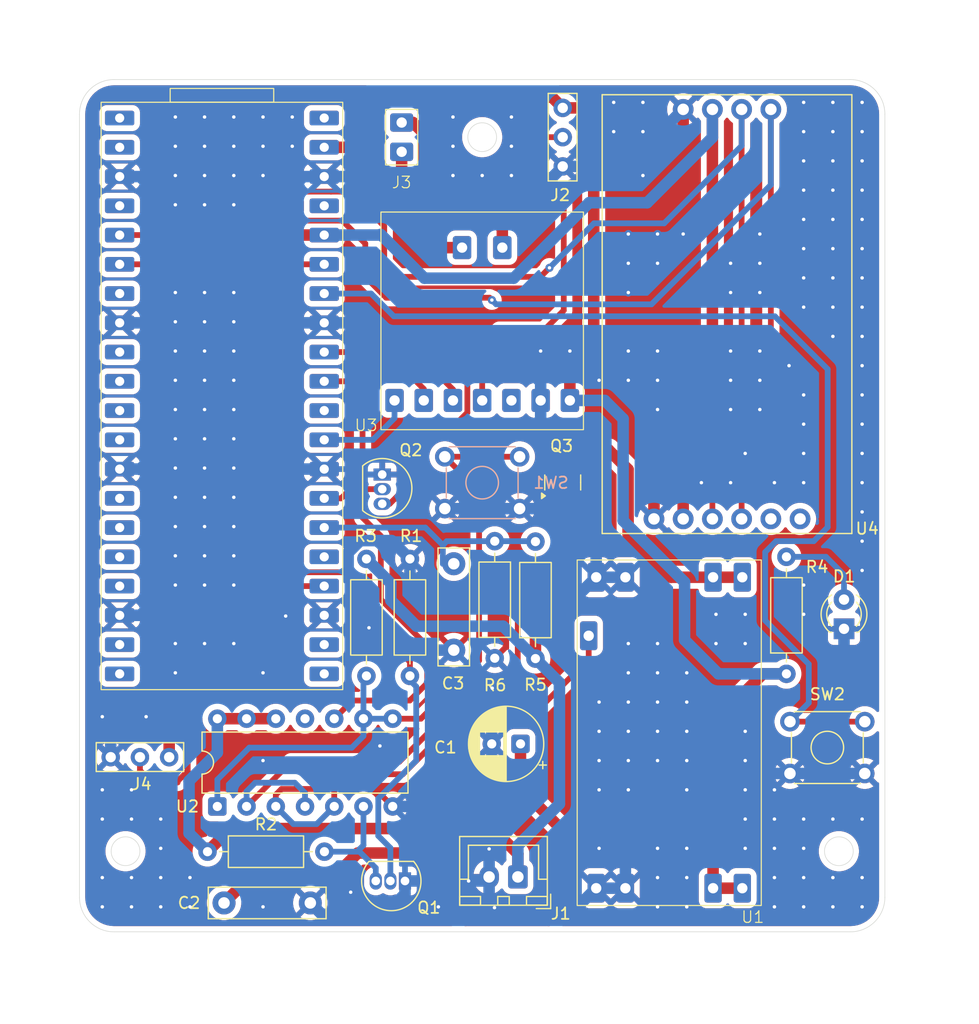
<source format=kicad_pcb>
(kicad_pcb (version 20241229) (generator "pcbnew") (generator_version "9.0")
  (layers (0 "F.Cu" signal) (2 "B.Cu" signal) (13 "F.Paste" user) (15 "B.Paste" user) (5 "F.SilkS" user "F.Silkscreen") (7 "B.SilkS" user "B.Silkscreen") (1 "F.Mask" user) (3 "B.Mask" user) (25 "Edge.Cuts" user))
  (net 0 "")
  (net 5 "Net-(A1-GP1{slash}ADC1_CH0)")
  (net 7 "I2C_SDA")
  (net 12 "I2C_SCL")
  (net 18 "I2S_BCLK")
  (net 21 "Net-(A1-GP4{slash}ADC1_CH3)")
  (net 22 "GND")
  (net 25 "+5V")
  (net 26 "Net-(D1-A)")
  (net 27 "/gain")
  (net 28 "/spkr_+")
  (net 29 "/spkr_-")
  (net 30 "+3.3V")
  (net 31 "OFF")
  (net 32 "Net-(Q1-D)")
  (net 33 "time")
  (net 34 "Net-(Q2-G)")
  (net 35 "VBat")
  (net 36 "ON")
  (net 37 "config")
  (net 38 "enable")
  (net 39 "{slash}enable")
  (net 41 "I2S_DIN")
  (net 42 "I2S_LRC")
  (net 48 "Net-(Q3-D)")
  (footprint "my_footprints:Waveshare_ESP32_S3_pico" (layer "F.Cu") (at -22.62 -7.53)
    (property "Reference" "A1" (hide yes))
    (property "Value" "Waveshare_ESP32-S3_Pico" (hide yes))
  )
  (footprint "Package_TO_SOT_THT:TO-92L_Inline" (layer "F.Cu") (at -8.689 -0.707 -90)
    (property "Reference" "Q2")
    (property "Value" "2N7000")
  )
  (footprint "Resistor_THT:R_Axial_DIN0207_L6.3mm_D2.5mm_P10.16mm_Horizontal" (layer "F.Cu") (at -23.874 32.04)
    (property "Reference" "R2")
    (property "Value" "100k")
  )
  (footprint "Resistor_THT:R_Axial_DIN0207_L6.3mm_D2.5mm_P10.16mm_Horizontal" (layer "F.Cu") (at -10.06 6.62 -90)
    (property "Reference" "R3")
    (property "Value" "100k")
  )
  (footprint "my_footprints:MAX98357A_breakout" (layer "F.Cu") (at 0 -17.3 90)
    (property "Reference" "U3")
    (property "Value" "MAX98357A")
  )
  (footprint "Connector_JST:JST_XH_B2B-XH-A_1x02_P2.50mm_Vertical" (layer "F.Cu") (at 3.101 34.232 180)
    (property "Reference" "J1")
    (property "Value" "Conn_01x02_Pin")
  )
  (footprint "my_footprints:OmronTaster" (layer "F.Cu") (at 30 23 180)
    (property "Reference" "SW2")
    (property "Value" "config")
  )
  (footprint "Resistor_THT:R_Axial_DIN0207_L6.3mm_D2.5mm_P10.16mm_Horizontal" (layer "F.Cu") (at 4.63 15.275 90)
    (property "Reference" "R5")
    (property "Value" "1M")
  )
  (footprint "Capacitor_THT:CP_Radial_D6.3mm_P2.50mm" (layer "F.Cu") (at 3.33 22.68 180)
    (property "Reference" "C1")
    (property "Value" "220µF, 16V")
  )
  (footprint "my_footprints:2_pin" (layer "F.Cu") (at -7 -30 90)
    (property "Reference" "J3")
    (property "Value" "Conn_01x02_Pin")
  )
  (footprint "my_footprints:TPS63070_breakout" (layer "F.Cu") (at 16.257 21.712 -90)
    (property "Reference" "U1")
    (property "Value" "TPS63070")
  )
  (footprint "Package_TO_SOT_THT:TO-92L_Inline" (layer "F.Cu") (at -6.71 34.584 180)
    (property "Reference" "Q1")
    (property "Value" "2N7000")
  )
  (footprint "Resistor_THT:R_Axial_DIN0207_L6.3mm_D2.5mm_P10.16mm_Horizontal" (layer "F.Cu") (at 1.09 5.08 -90)
    (property "Reference" "R6")
    (property "Value" "2M")
  )
  (footprint "my_footprints:DS3231" (layer "F.Cu") (at 21.279 -14.635 90)
    (property "Reference" "U4")
    (property "Value" "DS3231")
  )
  (footprint "Package_DIP:DIP-14_W7.62mm" (layer "F.Cu") (at -23.019 28.114 90)
    (property "Reference" "U2")
    (property "Value" "HEF4093B")
  )
  (footprint "my_footprints:3_pin_jumper" (layer "F.Cu") (at 7 -30 180)
    (property "Reference" "J2")
    (property "Value" "Conn_01x03_Pin")
  )
  (footprint "Capacitor_THT:C_Rect_L10.0mm_W2.5mm_P7.50mm_MKS4" (layer "F.Cu") (at -2.47 7.04 -90)
    (property "Reference" "C3")
    (property "Value" "100nF")
  )
  (footprint "Package_TO_SOT_SMD:SOT-23" (layer "F.Cu") (at 7 -0.0175 90)
    (property "Reference" "Q3")
    (property "Value" "IRLML6401")
  )
  (footprint "Resistor_THT:R_Axial_DIN0207_L6.3mm_D2.5mm_P10.16mm_Horizontal" (layer "F.Cu") (at 26.444 16.599 90)
    (property "Reference" "R4")
    (property "Value" "1k")
  )
  (footprint "LED_THT:LED_D3.0mm" (layer "F.Cu") (at 31.447 12.691 90)
    (property "Reference" "D1")
    (property "Value" "LED")
  )
  (footprint "Capacitor_THT:C_Rect_L10.0mm_W2.5mm_P7.50mm_MKS4" (layer "F.Cu") (at -22.438 36.491)
    (property "Reference" "C2")
    (property "Value" "100nF")
  )
  (footprint "my_footprints:3_pin_jumper" (layer "F.Cu") (at -29.747 23.835 90)
    (property "Reference" "J4")
    (property "Value" "Conn_01x03_Pin")
  )
  (footprint "Resistor_THT:R_Axial_DIN0207_L6.3mm_D2.5mm_P10.16mm_Horizontal" (layer "F.Cu") (at -6.28 16.78 90)
    (property "Reference" "R1")
    (property "Value" "100k")
  )
  (footprint "my_footprints:OmronTaster" (layer "B.Cu") (at 0 0)
    (property "Reference" "SW1")
    (property "Value" "ON")
  )
  (gr_circle (center 0 -30) (end 1.25 -30) (stroke (width 0.05)) (fill no) (layer "Edge.Cuts"))
  (gr_arc (start -32 39) (mid -34.12132 38.12132) (end -35 36) (stroke (width 0.05)) (layer "Edge.Cuts"))
  (gr_arc (start 35 36) (mid 34.12132 38.12132) (end 32 39) (stroke (width 0.05)) (layer "Edge.Cuts"))
  (gr_line (start -34.999999 -32) (end -35 36) (stroke (width 0.05)) (layer "Edge.Cuts"))
  (gr_line (start -32 39) (end 32 39) (stroke (width 0.05)) (layer "Edge.Cuts"))
  (gr_circle (center -31 32) (end -29.75 32) (stroke (width 0.05)) (fill no) (layer "Edge.Cuts"))
  (gr_line (start 35 36) (end 35 -32) (stroke (width 0.05)) (layer "Edge.Cuts"))
  (gr_arc (start -35 -32) (mid -34.12132 -34.12132) (end -32 -35) (stroke (width 0.05)) (layer "Edge.Cuts"))
  (gr_arc (start 32 -35) (mid 34.12132 -34.12132) (end 35 -32) (stroke (width 0.05)) (layer "Edge.Cuts"))
  (gr_line (start 32 -35) (end -32 -35) (stroke (width 0.05)) (layer "Edge.Cuts"))
  (gr_circle (center 31 32) (end 32.25 32) (stroke (width 0.05)) (fill no) (layer "Edge.Cuts"))
  (segment (start -26.478 25.926) (end -25.596 25.044) (width 0.5) (layer "F.Cu") (net 5))
  (segment (start -29.747 23.835) (end -29.747 24.99) (width 0.5) (layer "F.Cu") (net 5))
  (segment (start -13.73 8.98) (end -17.64 8.98) (width 0.5) (layer "F.Cu") (net 5))
  (segment (start -23.521 18.303) (end -19.61 18.303) (width 0.5) (layer "F.Cu") (net 5))
  (segment (start -28.707 26.03) (end -26.478 26.03) (width 0.5) (layer "F.Cu") (net 5))
  (segment (start -25.596 25.044) (end -25.596 20.378) (width 0.5) (layer "F.Cu") (net 5))
  (segment (start -17.64 8.98) (end -18.13 9.47) (width 0.5) (layer "F.Cu") (net 5))
  (segment (start -18.13 16.823) (end -19.61 18.303) (width 0.5) (layer "F.Cu") (net 5))
  (segment (start -26.478 26.03) (end -26.478 25.926) (width 0.5) (layer "F.Cu") (net 5))
  (segment (start -25.596 20.378) (end -23.521 18.303) (width 0.5) (layer "F.Cu") (net 5))
  (segment (start -29.747 24.99) (end -28.707 26.03) (width 0.5) (layer "F.Cu") (net 5))
  (segment (start -18.13 9.47) (end -18.13 16.823) (width 0.5) (layer "F.Cu") (net 5))
  (segment (start -7.744 -18.331) (end -7.284 -17.871) (width 0.5) (layer "F.Cu") (net 7))
  (segment (start -13.142 -25.272) (end -11.523 -25.272) (width 0.5) (layer "F.Cu") (net 7))
  (segment (start 20.009 -1.399) (end 20.009 3.145) (width 0.5) (layer "F.Cu") (net 7))
  (segment (start 5.063 -17.871) (end 5.846 -18.654) (width 0.5) (layer "F.Cu") (net 7))
  (segment (start -31.51 -21.5) (end -21.386 -21.5) (width 0.5) (layer "F.Cu") (net 7))
  (segment (start -8.515 -19.102) (end -7.744 -18.331) (width 0.5) (layer "F.Cu") (net 7))
  (segment (start -11.523 -25.272) (end -8.515 -22.264) (width 0.5) (layer "F.Cu") (net 7))
  (segment (start 2.133 -17.871) (end 5.063 -17.871) (width 0.5) (layer "F.Cu") (net 7))
  (segment (start 1.44 -17.871) (end 2.133 -17.871) (width 0.5) (layer "F.Cu") (net 7))
  (segment (start 22.549 -32.415) (end 22.549 -3.939) (width 0.5) (layer "F.Cu") (net 7))
  (segment (start -7.284 -17.871) (end 1.44 -17.871) (width 0.5) (layer "F.Cu") (net 7))
  (segment (start 22.549 -3.939) (end 20.009 -1.399) (width 0.5) (layer "F.Cu") (net 7))
  (segment (start -17.614 -25.272) (end -13.142 -25.272) (width 0.5) (layer "F.Cu") (net 7))
  (segment (start -8.515 -22.264) (end -8.515 -19.102) (width 0.5) (layer "F.Cu") (net 7))
  (segment (start -18.771 -24.115) (end -17.614 -25.272) (width 0.5) (layer "F.Cu") (net 7))
  (segment (start -21.386 -21.5) (end -18.771 -24.115) (width 0.5) (layer "F.Cu") (net 7))
  (via (at 5.846 -18.654) (size 0.7) (drill 0.3) (layers "F.Cu" "B.Cu") (net 7))
  (segment (start 22.549 -29.253) (end 22.549 -32.415) (width 0.5) (layer "B.Cu") (net 7))
  (segment (start 5.846 -18.654) (end 9.714 -22.522) (width 0.5) (layer "B.Cu") (net 7))
  (segment (start 15.818 -22.522) (end 22.549 -29.253) (width 0.5) (layer "B.Cu") (net 7))
  (segment (start 9.714 -22.522) (end 15.818 -22.522) (width 0.5) (layer "B.Cu") (net 7))
  (segment (start -10.16 -17.873) (end -8.347 -16.06) (width 0.5) (layer "F.Cu") (net 12))
  (segment (start 22.549 -0.753) (end 22.549 3.145) (width 0.5) (layer "F.Cu") (net 12))
  (segment (start -18.574 -21.684) (end -17.504 -22.754) (width 0.5) (layer "F.Cu") (net 12))
  (segment (start -10.16 -18.43) (end -10.16 -17.873) (width 0.5) (layer "F.Cu") (net 12))
  (segment (start -10.578 -21.173) (end -10.16 -20.755) (width 0.5) (layer "F.Cu") (net 12))
  (segment (start -8.347 -16.06) (end 0.64 -16.06) (width 0.5) (layer "F.Cu") (net 12))
  (segment (start -10.16 -20.755) (end -10.16 -18.43) (width 0.5) (layer "F.Cu") (net 12))
  (segment (start -31.51 -18.96) (end -21.298 -18.96) (width 0.5) (layer "F.Cu") (net 12))
  (segment (start 0.64 -16.06) (end 0.842 -15.858) (width 0.5) (layer "F.Cu") (net 12))
  (segment (start 25.089 -32.415) (end 25.089 -3.293) (width 0.5) (layer "F.Cu") (net 12))
  (segment (start -17.504 -22.754) (end -12.763 -22.754) (width 0.5) (layer "F.Cu") (net 12))
  (segment (start -12.763 -22.754) (end -12.159 -22.754) (width 0.5) (layer "F.Cu") (net 12))
  (segment (start 25.089 -3.293) (end 22.549 -0.753) (width 0.5) (layer "F.Cu") (net 12))
  (segment (start -21.298 -18.96) (end -18.574 -21.684) (width 0.5) (layer "F.Cu") (net 12))
  (segment (start -12.159 -22.754) (end -10.578 -21.173) (width 0.5) (layer "F.Cu") (net 12))
  (via (at 0.842 -15.858) (size 0.7) (drill 0.3) (layers "F.Cu" "B.Cu") (net 12))
  (segment (start 14.71 -15.484) (end 25.089 -25.863) (width 0.5) (layer "B.Cu") (net 12))
  (segment (start 25.089 -25.863) (end 25.089 -32.415) (width 0.5) (layer "B.Cu") (net 12))
  (segment (start 1.216 -15.484) (end 14.71 -15.484) (width 0.5) (layer "B.Cu") (net 12))
  (segment (start 0.842 -15.858) (end 1.216 -15.484) (width 0.5) (layer "B.Cu") (net 12))
  (segment (start -9.213 -8.935) (end -5.875 -8.935) (width 0.5) (layer "F.Cu") (net 18))
  (segment (start -10.399 -0.503) (end -10.399 -7.749) (width 0.5) (layer "F.Cu") (net 18))
  (segment (start -5.875 -8.935) (end -5.08 -8.14) (width 0.5) (layer "F.Cu") (net 18))
  (segment (start -13.73 1.36) (end -12.262 1.36) (width 0.5) (layer "F.Cu") (net 18))
  (segment (start -12.262 1.36) (end -10.399 -0.503) (width 0.5) (layer "F.Cu") (net 18))
  (segment (start -10.399 -7.749) (end -9.213 -8.935) (width 0.5) (layer "F.Cu") (net 18))
  (segment (start -5.08 -8.14) (end -5.08 -7.14) (width 0.5) (layer "F.Cu") (net 18))
  (segment (start 1.09 5.08) (end 4.595 5.08) (width 0.5) (layer "B.Cu") (net 21))
  (segment (start -13.73 3.9) (end -4.94 3.9) (width 0.5) (layer "B.Cu") (net 21))
  (segment (start -3.08 5.08) (end 1.09 5.08) (width 0.5) (layer "B.Cu") (net 21))
  (segment (start 4.595 5.08) (end 4.63 5.115) (width 0.5) (layer "B.Cu") (net 21))
  (segment (start -3.42 5.42) (end -3.08 5.08) (width 0.5) (layer "B.Cu") (net 21))
  (segment (start -3.42 5.42) (end -3.42 7.05) (width 0.5) (layer "B.Cu") (net 21))
  (segment (start -4.94 3.9) (end -3.42 5.42) (width 0.5) (layer "B.Cu") (net 21))
  (segment (start 17.469 -32.415) (end 17.469 -21.59) (width 1) (layer "F.Cu") (net 22))
  (segment (start 17.469 -21.59) (end 17.469 -6.341) (width 1) (layer "F.Cu") (net 22))
  (segment (start 17.469 -6.341) (end 14.929 -3.801) (width 1) (layer "F.Cu") (net 22))
  (segment (start 14.929 -3.801) (end 14.929 3.145) (width 1) (layer "F.Cu") (net 22))
  (via (at -24.13 3.81) (size 0.7) (drill 0.3) (layers "F.Cu" "B.Cu") (net 22))
  (via (at 25.4 31.75) (size 0.7) (drill 0.3) (layers "F.Cu" "B.Cu") (net 22))
  (via (at -24.13 -24.13) (size 0.7) (drill 0.3) (layers "F.Cu" "B.Cu") (net 22))
  (via (at 12.7 -16.51) (size 0.7) (drill 0.3) (layers "F.Cu" "B.Cu") (net 22))
  (via (at 17.78 21.59) (size 0.7) (drill 0.3) (layers "F.Cu" "B.Cu") (net 22))
  (via (at 27.94 -25.4) (size 0.7) (drill 0.3) (layers "F.Cu" "B.Cu") (net 22))
  (via (at 2.54 -31.75) (size 0.7) (drill 0.3) (layers "F.Cu" "B.Cu") (net 22))
  (via (at 15.24 34.29) (size 0.7) (drill 0.3) (layers "F.Cu" "B.Cu") (net 22))
  (via (at -26.67 -13.97) (size 0.7) (drill 0.3) (layers "F.Cu" "B.Cu") (net 22))
  (via (at -24.13 13.97) (size 0.7) (drill 0.3) (layers "F.Cu" "B.Cu") (net 22))
  (via (at -33.02 26.67) (size 0.7) (drill 0.3) (layers "F.Cu" "B.Cu") (net 22))
  (via (at -27.94 36.83) (size 0.7) (drill 0.3) (layers "F.Cu" "B.Cu") (net 22))
  (via (at -24.13 -13.97) (size 0.7) (drill 0.3) (layers "F.Cu" "B.Cu") (net 22))
  (via (at 15.24 21.59) (size 0.7) (drill 0.3) (layers "F.Cu" "B.Cu") (net 22))
  (via (at -24.13 -26.67) (size 0.7) (drill 0.3) (layers "F.Cu" "B.Cu") (net 22))
  (via (at -2.54 -26.67) (size 0.7) (drill 0.3) (layers "F.Cu" "B.Cu") (net 22))
  (via (at 24.13 -8.89) (size 0.7) (drill 0.3) (layers "F.Cu" "B.Cu") (net 22))
  (via (at 33.02 -27.94) (size 0.7) (drill 0.3) (layers "F.Cu" "B.Cu") (net 22))
  (via (at -21.59 -26.67) (size 0.7) (drill 0.3) (layers "F.Cu" "B.Cu") (net 22))
  (via (at -9.84 12.6) (size 0.7) (drill 0.3) (layers "F.Cu" "B.Cu") (net 22))
  (via (at 27.94 -17.78) (size 0.7) (drill 0.3) (layers "F.Cu" "B.Cu") (net 22))
  (via (at 13.97 -33.02) (size 0.7) (drill 0.3) (layers "F.Cu" "B.Cu") (net 22))
  (via (at -16.51 -31.75) (size 0.7) (drill 0.3) (layers "F.Cu" "B.Cu") (net 22))
  (via (at 27.94 36.83) (size 0.7) (drill 0.3) (layers "F.Cu" "B.Cu") (net 22))
  (via (at 17.78 24.13) (size 0.7) (drill 0.3) (layers "F.Cu" "B.Cu") (net 22))
  (via (at -19.05 16.51) (size 0.7) (drill 0.3) (layers "F.Cu" "B.Cu") (net 22))
  (via (at 27.94 -15.24) (size 0.7) (drill 0.3) (layers "F.Cu" "B.Cu") (net 22))
  (via (at -19.05 -31.75) (size 0.7) (drill 0.3) (layers "F.Cu" "B.Cu") (net 22))
  (via (at 21.59 0) (size 0.7) (drill 0.3) (layers "F.Cu" "B.Cu") (net 22))
  (via (at -24.13 -29.21) (size 0.7) (drill 0.3) (layers "F.Cu" "B.Cu") (net 22))
  (via (at -33.02 34.29) (size 0.7) (drill 0.3) (layers "F.Cu" "B.Cu") (net 22))
  (via (at 10.16 21.59) (size 0.7) (drill 0.3) (layers "F.Cu" "B.Cu") (net 22))
  (via (at -16.51 -29.21) (size 0.7) (drill 0.3) (layers "F.Cu" "B.Cu") (net 22))
  (via (at -24.13 -6.35) (size 0.7) (drill 0.3) (layers "F.Cu" "B.Cu") (net 22))
  (via (at 13.97 -26.67) (size 0.7) (drill 0.3) (layers "F.Cu" "B.Cu") (net 22))
  (via (at -21.59 -6.35) (size 0.7) (drill 0.3) (layers "F.Cu" "B.Cu") (net 22))
  (via (at 30.48 -15.24) (size 0.7) (drill 0.3) (layers "F.Cu" "B.Cu") (net 22))
  (via (at -19.05 -29.21) (size 0.7) (drill 0.3) (layers "F.Cu" "B.Cu") (net 22))
  (via (at 12.7 26.67) (size 0.7) (drill 0.3) (layers "F.Cu" "B.Cu") (net 22))
  (via (at 15.24 -11.43) (size 0.7) (drill 0.3) (layers "F.Cu" "B.Cu") (net 22))
  (via (at -21.59 8.89) (size 0.7) (drill 0.3) (layers "F.Cu" "B.Cu") (net 22))
  (via (at -30.48 34.29) (size 0.7) (drill 0.3) (layers "F.Cu" "B.Cu") (net 22))
  (via (at 0.87 17.84) (size 0.7) (drill 0.3) (layers "F.Cu" "B.Cu") (net 22))
  (via (at 10.16 19.05) (size 0.7) (drill 0.3) (layers "F.Cu" "B.Cu") (net 22))
  (via (at -26.67 -16.51) (size 0.7) (drill 0.3) (layers "F.Cu" "B.Cu") (net 22))
  (via (at -26.67 1.27) (size 0.7) (drill 0.3) (layers "F.Cu" "B.Cu") (net 22))
  (via (at -26.67 -3.81) (size 0.7) (drill 0.3) (layers "F.Cu" "B.Cu") (net 22))
  (via (at -24.13 -16.51) (size 0.7) (drill 0.3) (layers "F.Cu" "B.Cu") (net 22))
  (via (at -24.13 -8.89) (size 0.7) (drill 0.3) (layers "F.Cu" "B.Cu") (net 22))
  (via (at 33.02 34.29) (size 0.7) (drill 0.3) (layers "F.Cu" "B.Cu") (net 22))
  (via (at 12.7 -11.43) (size 0.7) (drill 0.3) (layers "F.Cu" "B.Cu") (net 22))
  (via (at 12.7 24.13) (size 0.7) (drill 0.3) (layers "F.Cu" "B.Cu") (net 22))
  (via (at 33.02 -33.02) (size 0.7) (drill 0.3) (layers "F.Cu" "B.Cu") (net 22))
  (via (at 12.7 21.59) (size 0.7) (drill 0.3) (layers "F.Cu" "B.Cu") (net 22))
  (via (at -1.18 34.584) (size 0.7) (drill 0.3) (layers "F.Cu" "B.Cu") (net 22))
  (via (at 33.02 -12.7) (size 0.7) (drill 0.3) (layers "F.Cu" "B.Cu") (net 22))
  (via (at -21.59 -13.97) (size 0.7) (drill 0.3) (layers "F.Cu" "B.Cu") (net 22))
  (via (at -24.13 -1.27) (size 0.7) (drill 0.3) (layers "F.Cu" "B.Cu") (net 22))
  (via (at 17.78 34.29) (size 0.7) (drill 0.3) (layers "F.Cu" "B.Cu") (net 22))
  (via (at 30.48 -20.32) (size 0.7) (drill 0.3) (layers "F.Cu" "B.Cu") (net 22))
  (via (at -19.05 24.13) (size 0.7) (drill 0.3) (layers "F.Cu" "B.Cu") (net 22))
  (via (at 15.24 -19.05) (size 0.7) (drill 0.3) (layers "F.Cu" "B.Cu") (net 22))
  (via (at 25.4 0) (size 0.7) (drill 0.3) (layers "F.Cu" "B.Cu") (net 22))
  (via (at 17.78 26.67) (size 0.7) (drill 0.3) (layers "F.Cu" "B.Cu") (net 22))
  (via (at 24.13 -6.35) (size 0.7) (drill 0.3) (layers "F.Cu" "B.Cu") (net 22))
  (via (at 10.16 31.75) (size 0.7) (drill 0.3) (layers "F.Cu" "B.Cu") (net 22))
  (via (at 33.02 -30.48) (size 0.7) (drill 0.3) (layers "F.Cu" "B.Cu") (net 22))
  (via (at 22.86 21.59) (size 0.7) (drill 0.3) (layers "F.Cu" "B.Cu") (net 22))
  (via (at -29.21 20.32) (size 0.7) (drill 0.3) (layers "F.Cu" "B.Cu") (net 22))
  (via (at -21.59 13.97) (size 0.7) (drill 0.3) (layers "F.Cu" "B.Cu") (net 22))
  (via (at 24.13 -11.43) (size 0.7) (drill 0.3) (layers "F.Cu" "B.Cu") (net 22))
  (via (at 2.54 -26.67) (size 0.7) (drill 0.3) (layers "F.Cu" "B.Cu") (net 22))
  (via (at -26.67 -29.21) (size 0.7) (drill 0.3) (layers "F.Cu" "B.Cu") (net 22))
  (via (at -33.02 29.21) (size 0.7) (drill 0.3) (layers "F.Cu" "B.Cu") (net 22))
  (via (at 15.24 13.97) (size 0.7) (drill 0.3) (layers "F.Cu" "B.Cu") (net 22))
  (via (at -21.59 3.81) (size 0.7) (drill 0.3) (layers "F.Cu" "B.Cu") (net 22))
  (via (at 12.7 16.51) (size 0.7) (drill 0.3) (layers "F.Cu" "B.Cu") (net 22))
  (via (at -26.67 6.35) (size 0.7) (drill 0.3) (layers "F.Cu" "B.Cu") (net 22))
  (via (at -26.67 -24.13) (size 0.7) (drill 0.3) (layers "F.Cu" "B.Cu") (net 22))
  (via (at 12.7 19.05) (size 0.7) (drill 0.3) (layers "F.Cu" "B.Cu") (net 22))
  (via (at -2.54 -31.75) (size 0.7) (drill 0.3) (layers "F.Cu" "B.Cu") (net 22))
  (via (at 30.48 -12.7) (size 0.7) (drill 0.3) (layers "F.Cu" "B.Cu") (net 22))
  (via (at 20.32 11.43) (size 0.7) (drill 0.3) (layers "F.Cu" "B.Cu") (net 22))
  (via (at 33.02 -20.32) (size 0.7) (drill 0.3) (layers "F.Cu" "B.Cu") (net 22))
  (via (at -21.59 1.27) (size 0.7) (drill 0.3) (layers "F.Cu" "B.Cu") (net 22))
  (via (at -21.59 -31.75) (size 0.7) (drill 0.3) (layers "F.Cu" "B.Cu") (net 22))
  (via (at 19.05 0) (size 0.7) (drill 0.3) (layers "F.Cu" "B.Cu") (net 22))
  (via (at 27.94 -30.48) (size 0.7) (drill 0.3) (layers "F.Cu" "B.Cu") (net 22))
  (via (at 15.24 31.75) (size 0.7) (drill 0.3) (layers "F.Cu" "B.Cu") (net 22))
  (via (at -21.59 -24.13) (size 0.7) (drill 0.3) (layers "F.Cu" "B.Cu") (net 22))
  (via (at 17.78 36.83) (size 0.7) (drill 0.3) (layers "F.Cu" "B.Cu") (net 22))
  (via (at 21.59 -11.43) (size 0.7) (drill 0.3) (layers "F.Cu" "B.Cu") (net 22))
  (via (at 7.62 -11.43) (size 0.7) (drill 0.3) (layers "F.Cu" "B.Cu") (net 22))
  (via (at 24.13 -16.51) (size 0.7) (drill 0.3) (layers "F.Cu" "B.Cu") (net 22))
  (via (at 21.59 -6.35) (size 0.7) (drill 0.3) (layers "F.Cu" "B.Cu") (net 22))
  (via (at -24.13 -31.75) (size 0.7) (drill 0.3) (layers "F.Cu" "B.Cu") (net 22))
  (via (at 27.94 -33.02) (size 0.7) (drill 0.3) (layers "F.Cu" "B.Cu") (net 22))
  (via (at 17.78 19.05) (size 0.7) (drill 0.3) (layers "F.Cu" "B.Cu") (net 22))
  (via (at 0 -26.67) (size 0.7) (drill 0.3) (layers "F.Cu" "B.Cu") (net 22))
  (via (at 15.24 36.83) (size 0.7) (drill 0.3) (layers "F.Cu" "B.Cu") (net 22))
  (via (at -24.13 8.89) (size 0.7) (drill 0.3) (layers "F.Cu" "B.Cu") (net 22))
  (via (at 13.97 -30.48) (size 0.7) (drill 0.3) (layers "F.Cu" "B.Cu") (net 22))
  (via (at 1.07 36.9) (size 0.7) (drill 0.3) (layers "F.Cu" "B.Cu") (net 22))
  (via (at -21.59 6.35) (size 0.7) (drill 0.3) (layers "F.Cu" "B.Cu") (net 22))
  (via (at 15.24 16.51) (size 0.7) (drill 0.3) (layers "F.Cu" "B.Cu") (net 22))
  (via (at 12.7 -19.05) (size 0.7) (drill 0.3) (layers "F.Cu" "B.Cu") (net 22))
  (via (at 33.02 7.62) (size 0.7) (drill 0.3) (layers "F.Cu" "B.Cu") (net 22))
  (via (at 11.43 -30.48) (size 0.7) (drill 0.3) (layers "F.Cu" "B.Cu") (net 22))
  (via (at 33.02 0) (size 0.7) (drill 0.3) (layers "F.Cu" "B.Cu") (net 22))
  (via (at -25.4 34.29) (size 0.7) (drill 0.3) (layers "F.Cu" "B.Cu") (net 22))
  (via (at 17.78 16.51) (size 0.7) (drill 0.3) (layers "F.Cu" "B.Cu") (net 22))
  (via (at -8.89 22.86) (size 0.7) (drill 0.3) (layers "F.Cu" "B.Cu") (net 22))
  (via (at 12.7 -8.89) (size 0.7) (drill 0.3) (layers "F.Cu" "B.Cu") (net 22))
  (via (at -26.67 -8.89) (size 0.7) (drill 0.3) (layers "F.Cu" "B.Cu") (net 22))
  (via (at 22.86 13.97) (size 0.7) (drill 0.3) (layers "F.Cu" "B.Cu") (net 22))
  (via (at 27.94 34.29) (size 0.7) (drill 0.3) (layers "F.Cu" "B.Cu") (net 22))
  (via (at 21.59 -8.89) (size 0.7) (drill 0.3) (layers "F.Cu" "B.Cu") (net 22))
  (via (at -24.13 1.27) (size 0.7) (drill 0.3) (layers "F.Cu" "B.Cu") (net 22))
  (via (at -21.59 -16.51) (size 0.7) (drill 0.3) (layers "F.Cu" "B.Cu") (net 22))
  (via (at 12.7 -21.59) (size 0.7) (drill 0.3) (layers "F.Cu" "B.Cu") (net 22))
  (via (at 0.601 31.8) (size 0.7) (drill 0.3) (layers "F.Cu" "B.Cu") (net 22))
  (via (at 33.02 5.08) (size 0.7) (drill 0.3) (layers "F.Cu" "B.Cu") (net 22))
  (via (at -27.94 31.75) (size 0.7) (drill 0.3) (layers "F.Cu" "B.Cu") (net 22))
  (via (at 22.86 11.43) (size 0.7) (drill 0.3) (layers "F.Cu" "B.Cu") (net 22))
  (via (at -27.94 34.29) (size 0.7) (drill 0.3) (layers "F.Cu" "B.Cu") (net 22))
  (via (at -19.05 36.83) (size 0.7) (drill 0.3) (layers "F.Cu" "B.Cu") (net 22))
  (via (at 25.4 29.21) (size 0.7) (drill 0.3) (layers "F.Cu" "B.Cu") (net 22))
  (via (at 10.16 -8.89) (size 0.7) (drill 0.3) (layers "F.Cu" "B.Cu") (net 22))
  (via (at -21.59 -8.89) (size 0.7) (drill 0.3) (layers "F.Cu" "B.Cu") (net 22))
  (via (at 27.94 0) (size 0.7) (drill 0.3) (layers "F.Cu" "B.Cu") (net 22))
  (via (at -26.67 3.81) (size 0.7) (drill 0.3) (layers "F.Cu" "B.Cu") (net 22))
  (via (at -30.48 29.21) (size 0.7) (drill 0.3) (layers "F.Cu" "B.Cu") (net 22))
  (via (at 30.48 -17.78) (size 0.7) (drill 0.3) (layers "F.Cu" "B.Cu") (net 22))
  (via (at 25.4 34.29) (size 0.7) (drill 0.3) (layers "F.Cu" "B.Cu") (net 22))
  (via (at 25.4 36.83) (size 0.7) (drill 0.3) (layers "F.Cu" "B.Cu") (net 22))
  (via (at 27.94 -5.08) (size 0.7) (drill 0.3) (layers "F.Cu" "B.Cu") (net 22))
  (via (at 2.54 -29.21) (size 0.7) (drill 0.3) (layers "F.Cu" "B.Cu") (net 22))
  (via (at 22.86 24.13) (size 0.7) (drill 0.3) (layers "F.Cu" "B.Cu") (net 22))
  (via (at 27.94 8.89) (size 0.7) (drill 0.3) (layers "F.Cu" "B.Cu") (net 22))
  (via (at 33.02 29.21) (size 0.7) (drill 0.3) (layers "F.Cu" "B.Cu") (net 22))
  (via (at 17.78 31.75) (size 0.7) (drill 0.3) (layers "F.Cu" "B.Cu") (net 22))
  (via (at 12.7 13.97) (size 0.7) (drill 0.3) (layers "F.Cu" "B.Cu") (net 22))
  (via (at 33.02 -22.86) (size 0.7) (drill 0.3) (layers "F.Cu" "B.Cu") (net 22))
  (via (at 33.02 -7.62) (size 0.7) (drill 0.3) (layers "F.Cu" "B.Cu") (net 22))
  (via (at 30.48 -25.4) (size 0.7) (drill 0.3) (layers "F.Cu" "B.Cu") (net 22))
  (via (at 30.48 29.21) (size 0.7) (drill 0.3) (layers "F.Cu" "B.Cu") (net 22))
  (via (at 33.02 -15.24) (size 0.7) (drill 0.3) (layers "F.Cu" "B.Cu") (net 22))
  (via (at -26.67 -11.43) (size 0.7) (drill 0.3) (layers "F.Cu" "B.Cu") (net 22))
  (via (at 24.13 -19.05) (size 0.7) (drill 0.3) (layers "F.Cu" "B.Cu") (net 22))
  (via (at 30.48 36.83) (size 0.7) (drill 0.3) (layers "F.Cu" "B.Cu") (net 22))
  (via (at 33.02 -2.54) (size 0.7) (drill 0.3) (layers "F.Cu" "B.Cu") (net 22))
  (via (at 22.86 31.75) (size 0.7) (drill 0.3) (layers "F.Cu" "B.Cu") (net 22))
  (via (at 10.16 26.67) (size 0.7) (drill 0.3) (layers "F.Cu" "B.Cu") (net 22))
  (via (at -30.48 26.67) (size 0.7) (drill 0.3) (layers "F.Cu" "B.Cu") (net 22))
  (via (at -26.67 16.51) (size 0.7) (drill 0.3) (layers "F.Cu" "B.Cu") (net 22))
  (via (at 30.48 34.29) (size 0.7) (drill 0.3) (layers "F.Cu" "B.Cu") (net 22))
  (via (at 30.48 -27.94) (size 0.7) (drill 0.3) (layers "F.Cu" "B.Cu") (net 22))
  (via (at 27.94 29.21) (size 0.7) (drill 0.3) (layers "F.Cu" "B.Cu") (net 22))
  (via (at -24.13 -3.81) (size 0.7) (drill 0.3) (layers "F.Cu" "B.Cu") (net 22))
  (via (at 21.59 -19.05) (size 0.7) (drill 0.3) (layers "F.Cu" "B.Cu") (net 22))
  (via (at 22.86 -2.54) (size 0.7) (drill 0.3) (layers "F.Cu" "B.Cu") (net 22))
  (via (at 5.08 -11.43) (size 0.7) (drill 0.3) (layers "F.Cu" "B.Cu") (net 22))
  (via (at -30.48 36.83) (size 0.7) (drill 0.3) (layers "F.Cu" "B.Cu") (net 22))
  (via (at 33.02 36.83) (size 0.7) (drill 0.3) (layers "F.Cu" "B.Cu") (net 22))
  (via (at 33.02 2.54) (size 0.7) (drill 0.3) (layers "F.Cu" "B.Cu") (net 22))
  (via (at -26.67 13.97) (size 0.7) (drill 0.3) (layers "F.Cu" "B.Cu") (net 22))
  (via (at -24.13 -11.43) (size 0.7) (drill 0.3) (layers "F.Cu" "B.Cu") (net 22))
  (via (at -19.05 -26.67) (size 0.7) (drill 0.3) (layers "F.Cu" "B.Cu") (net 22))
  (via (at 27.94 -7.62) (size 0.7) (drill 0.3) (layers "F.Cu" "B.Cu") (net 22))
  (via (at 22.86 29.21) (size 0.7) (drill 0.3) (layers "F.Cu" "B.Cu") (net 22))
  (via (at -33.02 20.32) (size 0.7) (drill 0.3) (layers "F.Cu" "B.Cu") (net 22))
  (via (at 30.48 -33.02) (size 0.7) (drill 0.3) (layers "F.Cu" "B.Cu") (net 22))
  (via (at 33.02 -10.16) (size 0.7) (drill 0.3) (layers "F.Cu" "B.Cu") (net 22))
  (via (at 21.59 -16.51) (size 0.7) (drill 0.3) (layers "F.Cu" "B.Cu") (net 22))
  (via (at -21.59 -11.43) (size 0.7) (drill 0.3) (layers "F.Cu" "B.Cu") (net 22))
  (via (at 27.94 -22.86) (size 0.7) (drill 0.3) (layers "F.Cu" "B.Cu") (net 22))
  (via (at 11.43 -33.02) (size 0.7) (drill 0.3) (layers "F.Cu" "B.Cu") (net 22))
  (via (at 24.13 -21.59) (size 0.7) (drill 0.3) (layers "F.Cu" "B.Cu") (net 22))
  (via (at 30.48 -30.48) (size 0.7) (drill 0.3) (layers "F.Cu" "B.Cu") (net 22))
  (via (at 30.48 -22.86) (size 0.7) (drill 0.3) (layers "F.Cu" "B.Cu") (net 22))
  (via (at -33.02 36.83) (size 0.7) (drill 0.3) (layers "F.Cu" "B.Cu") (net 22))
  (via (at -27.94 29.21) (size 0.7) (drill 0.3) (layers "F.Cu" "B.Cu") (net 22))
  (via (at 15.24 19.05) (size 0.7) (drill 0.3) (layers "F.Cu" "B.Cu") (net 22))
  (via (at 27.94 11.43) (size 0.7) (drill 0.3) (layers "F.Cu" "B.Cu") (net 22))
  (via (at -3.81 36.83) (size 0.7) (drill 0.3) (layers "F.Cu" "B.Cu") (net 22))
  (via (at -26.67 -26.67) (size 0.7) (drill 0.3) (layers "F.Cu" "B.Cu") (net 22))
  (via (at -26.67 -1.27) (size 0.7) (drill 0.3) (layers "F.Cu" "B.Cu") (net 22))
  (via (at 20.32 13.97) (size 0.7) (drill 0.3) (layers "F.Cu" "B.Cu") (net 22))
  (via (at -26.67 -6.35) (size 0.7) (drill 0.3) (layers "F.Cu" "B.Cu") (net 22))
  (via (at 25.4 26.67) (size 0.7) (drill 0.3) (layers "F.Cu" "B.Cu") (net 22))
  (via (at 15.24 24.13) (size 0.7) (drill 0.3) (layers "F.Cu" "B.Cu") (net 22))
  (via (at -17.08 11.58) (size 0.7) (drill 0.3) (layers "F.Cu" "B.Cu") (net 22))
  (via (at 15.24 -8.89) (size 0.7) (drill 0.3) (layers "F.Cu" "B.Cu") (net 22))
  (via (at 33.02 -5.08) (size 0.7) (drill 0.3) (layers "F.Cu" "B.Cu") (net 22))
  (via (at 27.94 -20.32) (size 0.7) (drill 0.3) (layers "F.Cu" "B.Cu") (net 22))
  (via (at 22.86 26.67) (size 0.7) (drill 0.3) (layers "F.Cu" "B.Cu") (net 22))
  (via (at 27.94 31.75) (size 0.7) (drill 0.3) (layers "F.Cu" "B.Cu") (net 22))
  (via (at 33.02 -17.78) (size 0.7) (drill 0.3) (layers "F.Cu" "B.Cu") (net 22))
  (via (at 15.24 -6.35) (size 0.7) (drill 0.3) (layers "F.Cu" "B.Cu") (net 22))
  (via (at -11.43 35.56) (size 0.7) (drill 0.3) (layers "F.Cu" "B.Cu") (net 22))
  (via (at -2.54 -29.21) (size 0.7) (drill 0.3) (layers "F.Cu" "B.Cu") (net 22))
  (via (at 15.24 -21.59) (size 0.7) (drill 0.3) (layers "F.Cu" "B.Cu") (net 22))
  (via (at 27.94 -2.54) (size 0.7) (drill 0.3) (layers "F.Cu" "B.Cu") (net 22))
  (via (at -21.59 -29.21) (size 0.7) (drill 0.3) (layers "F.Cu" "B.Cu") (net 22))
  (via (at -21.59 -1.27) (size 0.7) (drill 0.3) (layers "F.Cu" "B.Cu") (net 22))
  (via (at -26.67 8.89) (size 0.7) (drill 0.3) (layers "F.Cu" "B.Cu") (net 22))
  (via (at 17.469 -21.59) (size 0.7) (drill 0.3) (layers "F.Cu" "B.Cu") (net 22))
  (via (at 10.16 24.13) (size 0.7) (drill 0.3) (layers "F.Cu" "B.Cu") (net 22))
  (via (at 27.94 -27.94) (size 0.7) (drill 0.3) (layers "F.Cu" "B.Cu") (net 22))
  (via (at 33.02 -25.4) (size 0.7) (drill 0.3) (layers "F.Cu" "B.Cu") (net 22))
  (via (at -26.67 -31.75) (size 0.7) (drill 0.3) (layers "F.Cu" "B.Cu") (net 22))
  (via (at -24.13 6.35) (size 0.7) (drill 0.3) (layers "F.Cu" "B.Cu") (net 22))
  (via (at -25.4 36.83) (size 0.7) (drill 0.3) (layers "F.Cu" "B.Cu") (net 22))
  (via (at 26.67 -10.16) (size 0.7) (drill 0.3) (layers "F.Cu" "B.Cu") (net 22))
  (via (at -21.59 -3.81) (size 0.7) (drill 0.3) (layers "F.Cu" "B.Cu") (net 22))
  (segment (start -29.042 -13.88) (end -28.184 -13.022) (width 1) (layer "B.Cu") (net 22))
  (segment (start 29.926 19.756) (end 31.447 18.235) (width 1) (layer "B.Cu") (net 22))
  (segment (start -28.184 -14.863) (end -28.269 -14.863) (width 1) (layer "B.Cu") (net 22))
  (segment (start -11.029 -1.18) (end -13.73 -1.18) (width 0.5) (layer "B.Cu") (net 22))
  (segment (start -16.669 -14.617) (end -15.932 -13.88) (width 1) (layer "B.Cu") (net 22))
  (segment (start -10.73 -26.58) (end -13.73 -26.58) (width 1) (layer "B.Cu") (net 22))
  (segment (start -9.84 10.16) (end -11.65 8.35) (width 1) (layer "B.Cu") (net 22))
  (segment (start -7.833 -11.29) (end 2.525 -11.29) (width 1) (layer "B.Cu") (net 22))
  (segment (start -6.28 6.62) (end -7.87 5.03) (width 1) (layer "B.Cu") (net 22))
  (segment (start 12.447 35.212) (end 12.447 29.96) (width 1) (layer "B.Cu") (net 22))
  (segment (start 31.447 18.235) (end 31.447 12.691) (width 1) (layer "B.Cu") (net 22))
  (segment (start 8.139 9.98) (end 9.907 8.212) (width 1) (layer "B.Cu") (net 22))
  (segment (start -32.287 22.103) (end -32.287 23.835) (width 1) (layer "B.Cu") (net 22))
  (segment (start -15.7 -1.18) (end -13.73 -1.18) (width 1) (layer "B.Cu") (net 22))
  (segment (start -16.645 -13.171) (end -16.645 -2.125) (width 1) (layer "B.Cu") (net 22))
  (segment (start -28.184 -3.728) (end -28.184 -2.721) (width 1) (layer "B.Cu") (net 22))
  (segment (start 0.249 34.584) (end 0.601 34.232) (width 1) (layer "B.Cu") (net 22))
  (segment (start 3.25 2.25) (end 4.15 2.25) (width 1) (layer "B.Cu") (net 22))
  (segment (start -10.423 -13.88) (end -7.833 -11.29) (width 1) (layer "B.Cu") (net 22))
  (segment (start -16.645 -2.125) (end -15.7 -1.18) (width 1) (layer "B.Cu") (net 22))
  (segment (start 2.525 -11.29) (end 5.08 -8.735) (width 1) (layer "B.Cu") (net 22))
  (segment (start 0.47 -3.36) (end 0.47 2.22) (width 1) (layer "B.Cu") (net 22))
  (segment (start -29.767 -1.18) (end -31.51 -1.18) (width 1) (layer "B.Cu") (net 22))
  (segment (start -15.932 -13.88) (end -13.73 -13.88) (width 1) (layer "B.Cu") (net 22))
  (segment (start -29.252 -13.88) (end -29.042 -13.88) (width 1) (layer "B.Cu") (net 22))
  (segment (start -13.73 -13.88) (end -10.423 -13.88) (width 1) (layer "B.Cu") (net 22))
  (segment (start -7.779 28.114) (end -1.764 28.114) (width 1) (layer "B.Cu") (net 22))
  (segment (start -9.84 12.6) (end -7.9 14.54) (width 1) (layer "B.Cu") (net 22))
  (segment (start -6.71 34.584) (end -1.18 34.584) (width 1) (layer "B.Cu") (net 22))
  (segment (start -31.51 11.52) (end -29.71 11.52) (width 1) (layer "B.Cu") (net 22))
  (segment (start -28.184 -2.721) (end -29.746 -1.159) (width 1) (layer "B.Cu") (net 22))
  (segment (start -28.269 -14.863) (end -29.252 -13.88) (width 1) (layer "B.Cu") (net 22))
  (segment (start 29.926 25.25) (end 29.926 19.756) (width 1) (layer "B.Cu") (net 22))
  (segment (start 1.09 22.42) (end 0.83 22.68) (width 1) (layer "B.Cu") (net 22))
  (segment (start 7 -27.422) (end 5.031 -25.453) (width 1) (layer "B.Cu") (net 22))
  (segment (start -6.71 35.707) (end -8.482 37.479) (width 1) (layer "B.Cu") (net 22))
  (segment (start 7 -27.46) (end 12.514 -27.46) (width 1) (layer "B.Cu") (net 22))
  (segment (start 9.907 8.212) (end 12.447 8.212) (width 1) (layer "B.Cu") (net 22))
  (segment (start -10.592735 5.03) (end -11.65 6.087265) (width 1) (layer "B.Cu") (net 22))
  (segment (start 5.08 -8.735) (end 5.08 -7.14) (width 1) (layer "B.Cu") (net 22))
  (segment (start 12.514 -27.46) (end 12.823 -27.769) (width 1) (layer "B.Cu") (net 22))
  (segment (start -7.9 14.54) (end -2.47 14.54) (width 1) (layer "B.Cu") (net 22))
  (segment (start -28.376 11.52) (end -17.14 11.52) (width 1) (layer "B.Cu") (net 22))
  (segment (start -28.376 18.192) (end -32.287 22.103) (width 1) (layer "B.Cu") (net 22))
  (segment (start 9.907 4.928) (end 9.907 8.212) (width 1) (layer "B.Cu") (net 22))
  (segment (start -1.18 34.584) (end 0.249 34.584) (width 1) (layer "B.Cu") (net 22))
  (segment (start -29.555 -1.159) (end -28.184 0.212) (width 1) (layer "B.Cu") (net 22))
  (segment (start -28.376 11.52) (end -31.51 11.52) (width 1) (layer "B.Cu") (net 22))
  (segment (start -9.603 -25.453) (end -10.73 -26.58) (width 1) (layer "B.Cu") (net 22))
  (segment (start -13.95 37.479) (end -14.938 36.491) (width 1) (layer "B.Cu") (net 22))
  (segment (start -15.541 -26.58) (end -16.669 -25.452) (width 1) (layer "B.Cu") (net 22))
  (segment (start -28.376 11.52) (end -28.376 18.192) (width 1) (layer "B.Cu") (net 22))
  (segment (start 9.907 4.928) (end 9.968 4.928) (width 1) (layer "B.Cu") (net 22))
  (segment (start 0.83 22.68) (end 0.83 17.88) (width 1) (layer "B.Cu") (net 22))
  (segment (start -11.65 6.087265) (end -11.65 8.35) (width 1) (layer "B.Cu") (net 22))
  (segment (start -29.746 -1.159) (end -29.767 -1.18) (width 1) (layer "B.Cu") (net 22))
  (segment (start -6.71 34.584) (end -6.71 35.707) (width 1) (layer "B.Cu") (net 22))
  (segment (start 5.08 -5.478) (end 4.082 -4.48) (width 1) (layer "B.Cu") (net 22))
  (segment (start -5.39 9.98) (end 8.139 9.98) (width 1) (layer "B.Cu") (net 22))
  (segment (start 0.601 31.8) (end 0.601 34.232) (width 1) (layer "B.Cu") (net 22))
  (segment (start 5.08 -7.14) (end 5.08 -5.478) (width 1) (layer "B.Cu") (net 22))
  (segment (start 0.83 25.52) (end 0.83 22.68) (width 1) (layer "B.Cu") (net 22))
  (segment (start 0.44 2.25) (end 3.25 2.25) (width 1) (layer "B.Cu") (net 22))
  (segment (start 1.234 37.064) (end 8.055 37.064) (width 1) (layer "B.Cu") (net 22))
  (segment (start -28.184 -3.728) (end -28.184 -13.022) (width 1) (layer "B.Cu") (net 22))
  (segment (start -9.84 12.6) (end -9.84 10.16) (width 1) (layer "B.Cu") (net 22))
  (segment (start -6.28 9.09) (end -5.39 9.98) (width 1) (layer "B.Cu") (net 22))
  (segment (start -13.73 -26.58) (end -15.541 -26.58) (width 1) (layer "B.Cu") (net 22))
  (segment (start 7.229 2.25) (end 9.907 4.928) (width 1) (layer "B.Cu") (net 22))
  (segment (start 1.59 -4.48) (end 0.47 -3.36) (width 1) (layer "B.Cu") (net 22))
  (segment (start 9.907 35.212) (end 12.447 35.212) (width 1) (layer "B.Cu") (net 22))
  (segment (start -10.556 -0.707) (end -11.029 -1.18) (width 0.5) (layer "B.Cu") (net 22))
  (segment (start 1.07 36.9) (end 1.234 37.064) (width 1) (layer "B.Cu") (net 22))
  (segment (start 4.082 -4.48) (end 1.59 -4.48) (width 1) (layer "B.Cu") (net 22))
  (segment (start -17.14 11.52) (end -17.08 11.58) (width 1) (layer "B.Cu") (net 22))
  (segment (start 26.75 25.25) (end 29.926 25.25) (width 1) (layer "B.Cu") (net 22))
  (segment (start 7 -27.46) (end 7 -27.422) (width 1) (layer "B.Cu") (net 22))
  (segment (start -15.936 -13.88) (end -16.645 -13.171) (width 1) (layer "B.Cu") (net 22))
  (segment (start 29.926 25.25) (end 33.25 25.25) (width 1) (layer "B.Cu") (net 22))
  (segment (start 0.601 34.232) (end 0.601 36.431) (width 1) (layer "B.Cu") (net 22))
  (segment (start -15.932 -13.88) (end -15.936 -13.88) (width 1) (layer "B.Cu") (net 22))
  (segment (start -28.184 -25.025) (end -29.739 -26.58) (width 1) (layer "B.Cu") (net 22))
  (segment (start 5.031 -25.453) (end -9.603 -25.453) (width 1) (layer "B.Cu") (net 22))
  (segment (start -29.71 11.52) (end -28.184 9.994) (width 1) (layer "B.Cu") (net 22))
  (segment (start -29.252 -13.88) (end -31.51 -13.88) (width 1) (layer "B.Cu") (net 22))
  (segment (start 3.25 2.25) (end 7.229 2.25) (width 1) (layer "B.Cu") (net 22))
  (segment (start -28.184 -14.863) (end -28.184 -25.025) (width 1) (layer "B.Cu") (net 22))
  (segment (start -7.87 5.03) (end -10.592735 5.03) (width 1) (layer "B.Cu") (net 22))
  (segment (start 0.47 2.22) (end 0.44 2.25) (width 1) (layer "B.Cu") (net 22))
  (segment (start -1.764 28.114) (end 0.83 25.52) (width 1) (layer "B.Cu") (net 22))
  (segment (start 12.447 29.96) (end 17.157 25.25) (width 1) (layer "B.Cu") (net 22))
  (segment (start -8.689 -0.707) (end -10.556 -0.707) (width 0.5) (layer "B.Cu") (net 22))
  (segment (start -8.482 37.479) (end -13.95 37.479) (width 1) (layer "B.Cu") (net 22))
  (segment (start -16.669 -25.452) (end -16.669 -14.617) (width 1) (layer "B.Cu") (net 22))
  (segment (start 0.601 36.431) (end 1.07 36.9) (width 1) (layer "B.Cu") (net 22))
  (segment (start 17.157 25.25) (end 26.75 25.25) (width 1) (layer "B.Cu") (net 22))
  (segment (start -6.28 6.62) (end -6.28 9.09) (width 1) (layer "B.Cu") (net 22))
  (segment (start -29.739 -26.58) (end -31.51 -26.58) (width 1) (layer "B.Cu") (net 22))
  (segment (start 8.055 37.064) (end 9.907 35.212) (width 1) (layer "B.Cu") (net 22))
  (segment (start -3.25 2.25) (end 0.44 2.25) (width 1) (layer "B.Cu") (net 22))
  (segment (start 0.83 17.88) (end 0.87 17.84) (width 1) (layer "B.Cu") (net 22))
  (segment (start -29.746 -1.159) (end -29.555 -1.159) (width 1) (layer "B.Cu") (net 22))
  (segment (start 17.469 -32.415) (end 12.823 -27.769) (width 1) (layer "B.Cu") (net 22))
  (segment (start -28.184 9.994) (end -28.184 0.212) (width 1) (layer "B.Cu") (net 22))
  (segment (start 7.138 30.381) (end 7.138 36.642) (width 1) (layer "F.Cu") (net 25))
  (segment (start 20.067 32.261) (end 20.067 35.212) (width 1) (layer "F.Cu") (net 25))
  (segment (start -10.458 -32.447) (end -9.346 -33.559) (width 1) (layer "F.Cu") (net 25))
  (segment (start 20.067 32.261) (end 20.067 20.931) (width 1) (layer "F.Cu") (net 25))
  (segment (start -2.665 33.346) (end -3.853 32.158) (width 1) (layer "F.Cu") (net 25))
  (segment (start 7.138 30.381) (end 18.187 30.381) (width 1) (layer "F.Cu") (net 25))
  (segment (start 9.694 -11.156) (end 9.694 -31.556) (width 1) (layer "F.Cu") (net 25))
  (segment (start 24.399 16.599) (end 26.444 16.599) (width 1) (layer "F.Cu") (net 25))
  (segment (start 20.067 35.212) (end 22.607 35.212) (width 1) (layer "F.Cu") (net 25))
  (segment (start -9.305 -33.518) (end 5.533 -33.518) (width 1) (layer "F.Cu") (net 25))
  (segment (start 7.138 30.381) (end 7.138 30.338) (width 1) (layer "F.Cu") (net 25))
  (segment (start -11.765 -29.12) (end -10.458 -30.427) (width 1) (layer "F.Cu") (net 25))
  (segment (start 6.063 -33.477) (end 7 -32.54) (width 1) (layer "F.Cu") (net 25))
  (segment (start 8.71 -32.54) (end 7 -32.54) (width 1) (layer "F.Cu") (net 25))
  (segment (start -2.665 36.775) (end -2.665 33.346) (width 1) (layer "F.Cu") (net 25))
  (segment (start 5.574 -33.477) (end 6.063 -33.477) (width 1) (layer "F.Cu") (net 25))
  (segment (start 7.62 -7.14) (end 7.62 -9.082) (width 1) (layer "F.Cu") (net 25))
  (segment (start 7.62 -9.082) (end 9.694 -11.156) (width 1) (layer "F.Cu") (net 25))
  (segment (start -20.168 34.221) (end -22.438 36.491) (width 1) (layer "F.Cu") (net 25))
  (segment (start 18.187 30.381) (end 20.067 32.261) (width 1) (layer "F.Cu") (net 25))
  (segment (start -1.441 37.999) (end -2.665 36.775) (width 1) (layer "F.Cu") (net 25))
  (segment (start -10.818 32.158) (end -12.881 34.221) (width 1) (layer "F.Cu") (net 25))
  (segment (start -10.458 -30.427) (end -10.458 -32.447) (width 1) (layer "F.Cu") (net 25))
  (segment (start -9.346 -33.559) (end -9.305 -33.518) (width 1) (layer "F.Cu") (net 25))
  (segment (start 5.533 -33.518) (end 5.574 -33.477) (width 1) (layer "F.Cu") (net 25))
  (segment (start 20.067 20.931) (end 24.399 16.599) (width 1) (layer "F.Cu") (net 25))
  (segment (start -12.881 34.221) (end -20.168 34.221) (width 1) (layer "F.Cu") (net 25))
  (segment (start 7.138 36.642) (end 5.781 37.999) (width 1) (layer "F.Cu") (net 25))
  (segment (start -13.73 -29.12) (end -11.765 -29.12) (width 1) (layer "F.Cu") (net 25))
  (segment (start 3.33 26.53) (end 3.33 22.68) (width 1) (layer "F.Cu") (net 25))
  (segment (start 9.694 -31.556) (end 8.71 -32.54) (width 1) (layer "F.Cu") (net 25))
  (segment (start -3.853 32.158) (end -10.818 32.158) (width 1) (layer "F.Cu") (net 25))
  (segment (start 5.781 37.999) (end -1.441 37.999) (width 1) (layer "F.Cu") (net 25))
  (segment (start 7.138 30.338) (end 3.33 26.53) (width 1) (layer "F.Cu") (net 25))
  (segment (start 12.25 -5.54) (end 12.25 3.3) (width 1) (layer "B.Cu") (net 25))
  (segment (start 17.59 8.64) (end 17.59 13.66) (width 1) (layer "B.Cu") (net 25))
  (segment (start 12.25 3.3) (end 17.59 8.64) (width 1) (layer "B.Cu") (net 25))
  (segment (start 7.62 -7.14) (end 10.65 -7.14) (width 1) (layer "B.Cu") (net 25))
  (segment (start 20.529 16.599) (end 26.444 16.599) (width 1) (layer "B.Cu") (net 25))
  (segment (start 17.59 13.66) (end 20.529 16.599) (width 1) (layer "B.Cu") (net 25))
  (segment (start 10.65 -7.14) (end 12.25 -5.54) (width 1) (layer "B.Cu") (net 25))
  (segment (start 31.447 8.005) (end 29.881 6.439) (width 0.5) (layer "B.Cu") (net 26))
  (segment (start 29.881 6.439) (end 26.444 6.439) (width 0.5) (layer "B.Cu") (net 26))
  (segment (start 31.447 10.151) (end 31.447 8.005) (width 0.5) (layer "B.Cu") (net 26))
  (segment (start 5.375 -13.245) (end 7.089 -14.959) (width 0.5) (layer "F.Cu") (net 27))
  (segment (start 0 -7.14) (end 0 -11.746) (width 0.5) (layer "F.Cu") (net 27))
  (segment (start 4.659 -26.587) (end 4.659 -29.003) (width 0.5) (layer "F.Cu") (net 27))
  (segment (start 4.659 -29.003) (end 5.656 -30) (width 0.5) (layer "F.Cu") (net 27))
  (segment (start 0 -11.746) (end 1.499 -13.245) (width 0.5) (layer "F.Cu") (net 27))
  (segment (start 7.089 -14.959) (end 7.089 -24.157) (width 0.5) (layer "F.Cu") (net 27))
  (segment (start 7.089 -24.157) (end 4.659 -26.587) (width 0.5) (layer "F.Cu") (net 27))
  (segment (start 5.656 -30) (end 7 -30) (width 0.5) (layer "F.Cu") (net 27))
  (segment (start 1.499 -13.245) (end 5.375 -13.245) (width 0.5) (layer "F.Cu") (net 27))
  (segment (start -5.052 -30.31) (end -5.052 -25.248) (width 1) (layer "F.Cu") (net 28))
  (segment (start -6.012 -31.27) (end -5.052 -30.31) (width 1) (layer "F.Cu") (net 28))
  (segment (start 0.591 -23.233) (end 1.75 -22.074) (width 1) (layer "F.Cu") (net 28))
  (segment (start -5.052 -25.248) (end -3.037 -23.233) (width 1) (layer "F.Cu") (net 28))
  (segment (start 1.75 -22.074) (end 1.75 -20.41) (width 1) (layer "F.Cu") (net 28))
  (segment (start -7 -31.27) (end -6.012 -31.27) (width 1) (layer "F.Cu") (net 28))
  (segment (start -3.037 -23.233) (end 0.591 -23.233) (width 1) (layer "F.Cu") (net 28))
  (segment (start -3.752 -20.41) (end -1.75 -20.41) (width 1) (layer "F.Cu") (net 29))
  (segment (start -7 -23.658) (end -3.752 -20.41) (width 1) (layer "F.Cu") (net 29))
  (segment (start -7 -28.73) (end -7 -23.658) (width 1) (layer "F.Cu") (net 29))
  (segment (start 17.469 -2.153) (end 17.469 3.145) (width 1) (layer "F.Cu") (net 30))
  (segment (start -19.86 15.266) (end -19.86 -17.393) (width 1) (layer "F.Cu") (net 30))
  (segment (start -27.207 20.165) (end -23.662 16.62) (width 1) (layer "F.Cu") (net 30))
  (segment (start -15.753 -21.5) (end -13.73 -21.5) (width 1) (layer "F.Cu") (net 30))
  (segment (start 20.009 -4.693) (end 17.469 -2.153) (width 1) (layer "F.Cu") (net 30))
  (segment (start -23.662 16.62) (end -21.214 16.62) (width 1) (layer "F.Cu") (net 30))
  (segment (start -19.86 -17.393) (end -15.753 -21.5) (width 1) (layer "F.Cu") (net 30))
  (segment (start 20.009 -32.415) (end 20.009 -4.693) (width 1) (layer "F.Cu") (net 30))
  (segment (start -21.214 16.62) (end -19.86 15.266) (width 1) (layer "F.Cu") (net 30))
  (segment (start -27.207 23.835) (end -27.207 20.165) (width 1) (layer "F.Cu") (net 30))
  (segment (start -8.886 -21.5) (end -13.73 -21.5) (width 1) (layer "B.Cu") (net 30))
  (segment (start -8.825 -21.561) (end -5.019 -17.755) (width 1) (layer "B.Cu") (net 30))
  (segment (start 14.343 -24.31) (end 20.009 -29.976) (width 1) (layer "B.Cu") (net 30))
  (segment (start 2.739 -17.755) (end 9.294 -24.31) (width 1) (layer "B.Cu") (net 30))
  (segment (start -5.019 -17.755) (end 2.739 -17.755) (width 1) (layer "B.Cu") (net 30))
  (segment (start 9.294 -24.31) (end 14.343 -24.31) (width 1) (layer "B.Cu") (net 30))
  (segment (start 20.009 -29.976) (end 20.009 -32.415) (width 1) (layer "B.Cu") (net 30))
  (segment (start -11.863 7.778) (end -11.33 8.311) (width 0.5) (layer "F.Cu") (net 31))
  (segment (start -13.73 -18.96) (end -16.04 -18.96) (width 0.5) (layer "F.Cu") (net 31))
  (segment (start -17.16 7.778) (end -11.863 7.778) (width 0.5) (layer "F.Cu") (net 31))
  (segment (start -16.04 -18.96) (end -18.54 -16.46) (width 0.5) (layer "F.Cu") (net 31))
  (segment (start -6.28 15.56) (end -6.28 16.78) (width 0.5) (layer "F.Cu") (net 31))
  (segment (start -11.33 12.72) (end -9.12 14.93) (width 0.5) (layer "F.Cu") (net 31))
  (segment (start -18.54 -16.46) (end -18.54 6.398) (width 0.5) (layer "F.Cu") (net 31))
  (segment (start -6.91 14.93) (end -6.28 15.56) (width 0.5) (layer "F.Cu") (net 31))
  (segment (start -11.33 8.311) (end -11.33 12.72) (width 0.5) (layer "F.Cu") (net 31))
  (segment (start -18.54 6.398) (end -17.16 7.778) (width 0.5) (layer "F.Cu") (net 31))
  (segment (start -9.12 14.93) (end -6.91 14.93) (width 0.5) (layer "F.Cu") (net 31))
  (segment (start -5.734 17.706) (end -6.68 16.76) (width 0.5) (layer "B.Cu") (net 31))
  (segment (start -5.734 24.127) (end -5.734 17.706) (width 0.5) (layer "B.Cu") (net 31))
  (segment (start -9.03 30.667) (end -9.03 27.423) (width 0.5) (layer "B.Cu") (net 31))
  (segment (start -7.98 31.717) (end -9.03 30.667) (width 0.5) (layer "B.Cu") (net 31))
  (segment (start -7.98 34.584) (end -7.98 31.717) (width 0.5) (layer "B.Cu") (net 31))
  (segment (start -9.03 27.423) (end -5.734 24.127) (width 0.5) (layer "B.Cu") (net 31))
  (segment (start -13.714 32.04) (end -10.663 32.04) (width 0.5) (layer "B.Cu") (net 32))
  (segment (start -10.663 32.04) (end -10.663 31.824) (width 0.5) (layer "B.Cu") (net 32))
  (segment (start -10.319 31.48) (end -10.319 28.114) (width 0.5) (layer "B.Cu") (net 32))
  (segment (start -10.663 31.824) (end -10.319 31.48) (width 0.5) (layer "B.Cu") (net 32))
  (segment (start -10.663 32.04) (end -9.25 33.453) (width 0.5) (layer "B.Cu") (net 32))
  (segment (start -9.25 33.453) (end -9.25 34.584) (width 0.5) (layer "B.Cu") (net 32))
  (segment (start -1.289 -8.903) (end -3.726 -11.34) (width 0.5) (layer "F.Cu") (net 33))
  (segment (start -3.726 -11.34) (end -13.73 -11.34) (width 0.5) (layer "F.Cu") (net 33))
  (segment (start -1.289 -6.08713) (end -1.289 -8.903) (width 0.5) (layer "F.Cu") (net 33))
  (segment (start -5.974 -0.228) (end -5.974 -3.999) (width 0.5) (layer "F.Cu") (net 33))
  (segment (start -8.035 1.833) (end -5.974 -0.228) (width 0.5) (layer "F.Cu") (net 33))
  (segment (start -8.689 1.833) (end -8.035 1.833) (width 0.5) (layer "F.Cu") (net 33))
  (segment (start -2.50313 -4.873) (end -1.289 -6.08713) (width 0.5) (layer "F.Cu") (net 33))
  (segment (start -5.974 -3.999) (end -5.1 -4.873) (width 0.5) (layer "F.Cu") (net 33))
  (segment (start -5.1 -4.873) (end -2.50313 -4.873) (width 0.5) (layer "F.Cu") (net 33))
  (segment (start -6.295 18.915) (end -4.78 17.4) (width 0.5) (layer "F.Cu") (net 34))
  (segment (start -8.809 4.625) (end -10.385 3.049) (width 0.5) (layer "F.Cu") (net 34))
  (segment (start -8.809 10.14) (end -8.809 4.625) (width 0.5) (layer "F.Cu") (net 34))
  (segment (start -10.385 0.969) (end -9.979 0.563) (width 0.5) (layer "F.Cu") (net 34))
  (segment (start -4.78 17.4) (end -4.78 14.169) (width 0.5) (layer "F.Cu") (net 34))
  (segment (start -12.859 20.494) (end -11.28 18.915) (width 0.5) (layer "F.Cu") (net 34))
  (segment (start -10.385 3.049) (end -10.385 0.969) (width 0.5) (layer "F.Cu") (net 34))
  (segment (start -9.979 0.563) (end -8.689 0.563) (width 0.5) (layer "F.Cu") (net 34))
  (segment (start -4.78 14.169) (end -8.809 10.14) (width 0.5) (layer "F.Cu") (net 34))
  (segment (start -11.28 18.915) (end -6.295 18.915) (width 0.5) (layer "F.Cu") (net 34))
  (segment (start 0.907 30.033) (end -21.867 30.033) (width 1) (layer "F.Cu") (net 35))
  (segment (start 4.63 15.275) (end 4.63 10.77) (width 1) (layer "F.Cu") (net 35))
  (segment (start -23.019 20.494) (end -20.479 20.494) (width 1) (layer "F.Cu") (net 35))
  (segment (start 7.97 7.43) (end 7.97 3.18) (width 1) (layer "F.Cu") (net 35))
  (segment (start 7.95 0.92) (end 7.95 3.16) (width 0.5) (layer "F.Cu") (net 35))
  (segment (start -21.867 30.033) (end -23.874 32.04) (width 1) (layer "F.Cu") (net 35))
  (segment (start 4.63 10.77) (end 6.88 8.52) (width 1) (layer "F.Cu") (net 35))
  (segment (start 3.101 34.232) (end 3.101 32.227) (width 1) (layer "F.Cu") (net 35))
  (segment (start -20.479 20.494) (end -17.939 20.494) (width 1) (layer "F.Cu") (net 35))
  (segment (start 3.101 32.227) (end 0.907 30.033) (width 1) (layer "F.Cu") (net 35))
  (segment (start 7.95 3.16) (end 7.97 3.18) (width 0.5) (layer "F.Cu") (net 35))
  (segment (start 6.88 8.52) (end 7.97 7.43) (width 1) (layer "F.Cu") (net 35))
  (segment (start 3.101 31.536) (end 3.101 34.232) (width 1) (layer "B.Cu") (net 35))
  (segment (start 6.713 17.358) (end 4.63 15.275) (width 1) (layer "B.Cu") (net 35))
  (segment (start -5.7 12.46) (end 1.815 12.46) (width 1) (layer "B.Cu") (net 35))
  (segment (start -23.019 20.494) (end -23.019 23.436) (width 1) (layer "B.Cu") (net 35))
  (segment (start -10.06 6.62) (end -7.94 8.74) (width 1) (layer "B.Cu") (net 35))
  (segment (start 6.713 27.892) (end 6.713 17.358) (width 1) (layer "B.Cu") (net 35))
  (segment (start 3.101 31.504) (end 6.713 27.892) (width 1) (layer "B.Cu") (net 35))
  (segment (start 1.815 12.46) (end 4.63 15.275) (width 1) (layer "B.Cu") (net 35))
  (segment (start -7.94 10.22) (end -5.7 12.46) (width 1) (layer "B.Cu") (net 35))
  (segment (start -23.019 23.436) (end -25.477 25.894) (width 1) (layer "B.Cu") (net 35))
  (segment (start 3.101 31.536) (end 3.101 31.504) (width 1) (layer "B.Cu") (net 35))
  (segment (start -7.94 8.74) (end -7.94 10.22) (width 1) (layer "B.Cu") (net 35))
  (segment (start -25.477 30.437) (end -23.874 32.04) (width 1) (layer "B.Cu") (net 35))
  (segment (start -25.477 25.894) (end -25.477 30.437) (width 1) (layer "B.Cu") (net 35))
  (segment (start -3.25 -2.25) (end -0.27 0.73) (width 0.5) (layer "F.Cu") (net 36))
  (segment (start -5.326 20.494) (end -7.779 20.494) (width 0.5) (layer "F.Cu") (net 36))
  (segment (start -0.27 15.438) (end -5.326 20.494) (width 0.5) (layer "F.Cu") (net 36))
  (segment (start -0.27 0.73) (end -0.27 15.438) (width 0.5) (layer "F.Cu") (net 36))
  (segment (start -3.25 -2.25) (end 3.25 -2.25) (width 0.5) (layer "F.Cu") (net 36))
  (segment (start -10.319 21.993) (end -10.319 20.494) (width 0.5) (layer "B.Cu") (net 36))
  (segment (start -10.319 17.039) (end -10.06 16.78) (width 0.5) (layer "B.Cu") (net 36))
  (segment (start -7.779 20.494) (end -10.319 20.494) (width 0.5) (layer "B.Cu") (net 36))
  (segment (start -20.246 23.009) (end -11.335 23.009) (width 0.5) (layer "B.Cu") (net 36))
  (segment (start -10.319 20.494) (end -10.319 17.039) (width 0.5) (layer "B.Cu") (net 36))
  (segment (start -23.019 25.782) (end -20.246 23.009) (width 0.5) (layer "B.Cu") (net 36))
  (segment (start -11.335 23.009) (end -10.319 21.993) (width 0.5) (layer "B.Cu") (net 36))
  (segment (start -23.019 28.114) (end -23.019 25.782) (width 0.5) (layer "B.Cu") (net 36))
  (segment (start 33.25 20.75) (end 26.75 20.75) (width 0.5) (layer "F.Cu") (net 37))
  (segment (start 30.028 -9.855) (end 30.028 3.866) (width 0.5) (layer "B.Cu") (net 37))
  (segment (start -7.681 -14.445) (end 25.438 -14.445) (width 0.5) (layer "B.Cu") (net 37))
  (segment (start 28.385 19.115) (end 26.75 20.75) (width 0.5) (layer "B.Cu") (net 37))
  (segment (start -9.656 -16.42) (end -7.681 -14.445) (width 0.5) (layer "B.Cu") (net 37))
  (segment (start 28.385 15.757) (end 28.385 19.115) (width 0.5) (layer "B.Cu") (net 37))
  (segment (start 30.028 3.866) (end 28.818 5.076) (width 0.5) (layer "B.Cu") (net 37))
  (segment (start 28.818 5.076) (end 25.55 5.076) (width 0.5) (layer "B.Cu") (net 37))
  (segment (start 25.438 -14.445) (end 30.028 -9.855) (width 0.5) (layer "B.Cu") (net 37))
  (segment (start 25.55 5.076) (end 24.597 6.029) (width 0.5) (layer "B.Cu") (net 37))
  (segment (start -13.73 -16.42) (end -9.656 -16.42) (width 0.5) (layer "B.Cu") (net 37))
  (segment (start 24.597 11.969) (end 28.385 15.757) (width 0.5) (layer "B.Cu") (net 37))
  (segment (start 24.597 6.029) (end 24.597 11.969) (width 0.5) (layer "B.Cu") (net 37))
  (segment (start -6.897 25.317) (end -11.582 25.317) (width 0.5) (layer "F.Cu") (net 38))
  (segment (start 9.257 13.292) (end 9.257 15.313) (width 0.5) (layer "F.Cu") (net 38))
  (segment (start -17.939 27.093) (end -17.939 28.114) (width 0.5) (layer "F.Cu") (net 38))
  (segment (start 9.257 15.313) (end 4.23 20.34) (width 0.5) (layer "F.Cu") (net 38))
  (segment (start -1.92 20.34) (end -6.897 25.317) (width 0.5) (layer "F.Cu") (net 38))
  (segment (start -12.859 26.594) (end -17.44 26.594) (width 0.5) (layer "F.Cu") (net 38))
  (segment (start 4.23 20.34) (end -1.92 20.34) (width 0.5) (layer "F.Cu") (net 38))
  (segment (start -12.859 26.594) (end -12.859 28.114) (width 0.5) (layer "F.Cu") (net 38))
  (segment (start -17.44 26.594) (end -17.939 27.093) (width 0.5) (layer "F.Cu") (net 38))
  (segment (start -11.582 25.317) (end -12.859 26.594) (width 0.5) (layer "F.Cu") (net 38))
  (segment (start -17.939 28.114) (end -16.407 29.646) (width 0.5) (layer "B.Cu") (net 38))
  (segment (start -16.407 29.646) (end -14.391 29.646) (width 0.5) (layer "B.Cu") (net 38))
  (segment (start -14.391 29.646) (end -12.859 28.114) (width 0.5) (layer "B.Cu") (net 38))
  (segment (start 6.05 0.92) (end 6.05 2.88) (width 0.5) (layer "F.Cu") (net 39))
  (segment (start -16.595 24.23) (end -20.479 28.114) (width 0.5) (layer "F.Cu") (net 39))
  (segment (start 3.09 18.55) (end 2.27 19.37) (width 0.5) (layer "F.Cu") (net 39))
  (segment (start -2.34 19.37) (end -7.2 24.23) (width 0.5) (layer "F.Cu") (net 39))
  (segment (start 6.72 6.48) (end 3.09 10.11) (width 0.5) (layer "F.Cu") (net 39))
  (segment (start 6.05 2.88) (end 6.72 3.55) (width 0.5) (layer "F.Cu") (net 39))
  (segment (start 3.09 10.11) (end 3.09 18.55) (width 0.5) (layer "F.Cu") (net 39))
  (segment (start 6.72 3.55) (end 6.72 6.48) (width 0.5) (layer "F.Cu") (net 39))
  (segment (start 2.27 19.37) (end -2.34 19.37) (width 0.5) (layer "F.Cu") (net 39))
  (segment (start -7.2 24.23) (end -16.595 24.23) (width 0.5) (layer "F.Cu") (net 39))
  (segment (start -20.479 28.114) (end -20.479 26.8) (width 0.5) (layer "B.Cu") (net 39))
  (segment (start -15.399 26.939) (end -15.399 28.114) (width 0.5) (layer "B.Cu") (net 39))
  (segment (start -19.732 26.053) (end -16.285 26.053) (width 0.5) (layer "B.Cu") (net 39))
  (segment (start -20.479 26.8) (end -19.732 26.053) (width 0.5) (layer "B.Cu") (net 39))
  (segment (start -16.285 26.053) (end -15.399 26.939) (width 0.5) (layer "B.Cu") (net 39))
  (segment (start -2.54 -8.093) (end -4.083 -9.636) (width 0.5) (layer "F.Cu") (net 41))
  (segment (start -4.083 -9.636) (end -10.513 -9.636) (width 0.5) (layer "F.Cu") (net 41))
  (segment (start -11.349 -8.8) (end -13.73 -8.8) (width 0.5) (layer "F.Cu") (net 41))
  (segment (start -10.513 -9.636) (end -11.349 -8.8) (width 0.5) (layer "F.Cu") (net 41))
  (segment (start -2.54 -7.14) (end -2.54 -8.093) (width 0.5) (layer "F.Cu") (net 41))
  (segment (start -7.62 -7.14) (end -7.62 -5.605) (width 0.5) (layer "B.Cu") (net 42))
  (segment (start -9.505 -3.72) (end -13.73 -3.72) (width 0.5) (layer "B.Cu") (net 42))
  (segment (start -7.62 -5.605) (end -9.505 -3.72) (width 0.5) (layer "B.Cu") (net 42))
  (segment (start 16.412 8.212) (end 12.68 4.48) (width 1) (layer "F.Cu") (net 48))
  (segment (start 20.067 8.212) (end 16.412 8.212) (width 1) (layer "F.Cu") (net 48))
  (segment (start 22.607 8.212) (end 20.067 8.212) (width 1) (layer "F.Cu") (net 48))
  (segment (start 7 -0.955) (end 7 -2.33) (width 0.5) (layer "F.Cu") (net 48))
  (segment (start 7 -2.33) (end 7.52 -2.85) (width 0.5) (layer "F.Cu") (net 48))
  (segment (start 12.68 -1.15) (end 10.98 -2.85) (width 1) (layer "F.Cu") (net 48))
  (segment (start 10.98 -2.85) (end 7.52 -2.85) (width 1) (layer "F.Cu") (net 48))
  (segment (start 12.68 4.48) (end 12.68 -1.15) (width 1) (layer "F.Cu") (net 48))
  (zone (net 22) (net_name "GND") (layers "F.Cu" "B.Cu") (connect_pads (clearance 0.5)) (min_thickness 0.25) (fill yes (thermal_gap 0.5) (thermal_bridge_width 0.5))
    (polygon (pts (xy -41.91 -41.91) (xy 43.18 -41.91) (xy 43.18 46.99) (xy -41.91 46.99)))
  )
)
</source>
